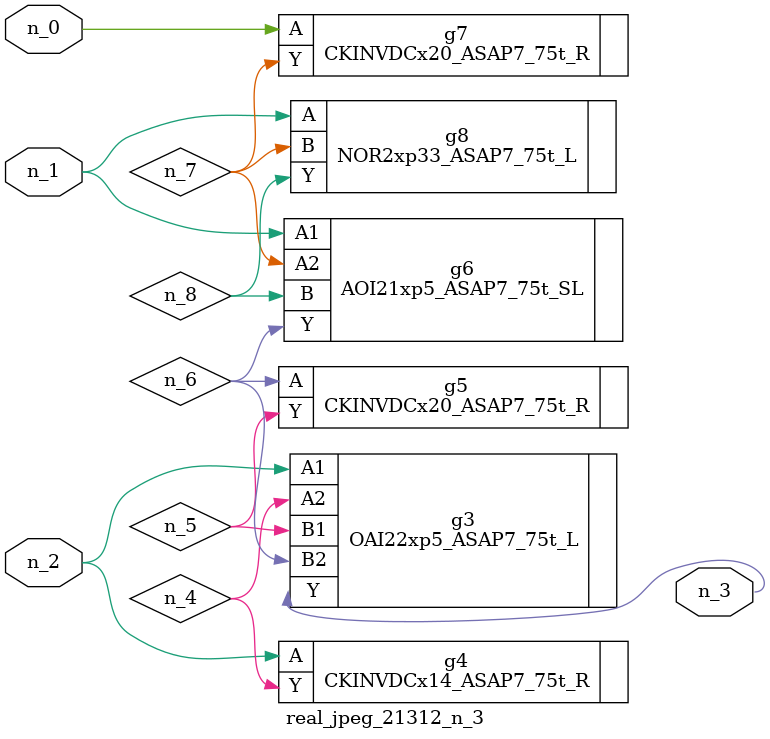
<source format=v>
module real_jpeg_21312_n_3 (n_1, n_0, n_2, n_3);

input n_1;
input n_0;
input n_2;

output n_3;

wire n_5;
wire n_8;
wire n_4;
wire n_6;
wire n_7;

CKINVDCx20_ASAP7_75t_R g7 ( 
.A(n_0),
.Y(n_7)
);

AOI21xp5_ASAP7_75t_SL g6 ( 
.A1(n_1),
.A2(n_7),
.B(n_8),
.Y(n_6)
);

NOR2xp33_ASAP7_75t_L g8 ( 
.A(n_1),
.B(n_7),
.Y(n_8)
);

OAI22xp5_ASAP7_75t_L g3 ( 
.A1(n_2),
.A2(n_4),
.B1(n_5),
.B2(n_6),
.Y(n_3)
);

CKINVDCx14_ASAP7_75t_R g4 ( 
.A(n_2),
.Y(n_4)
);

CKINVDCx20_ASAP7_75t_R g5 ( 
.A(n_6),
.Y(n_5)
);


endmodule
</source>
